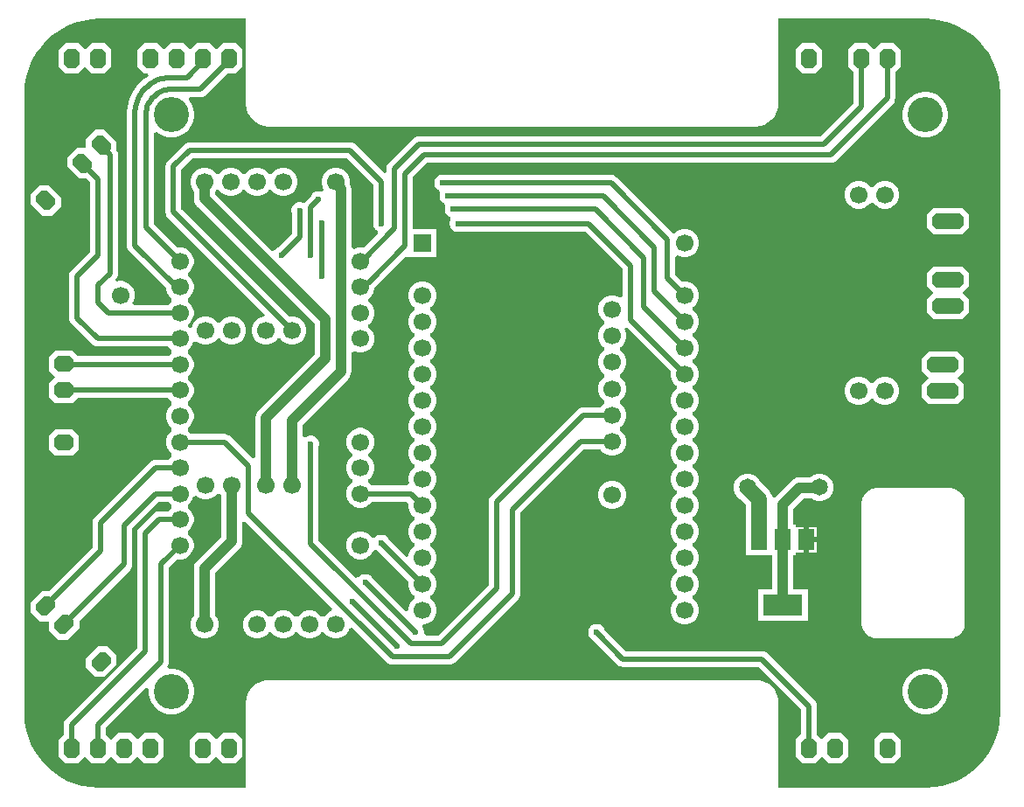
<source format=gtl>
G04*
G04 #@! TF.GenerationSoftware,Altium Limited,Altium Designer,23.8.1 (32)*
G04*
G04 Layer_Physical_Order=1*
G04 Layer_Color=255*
%FSLAX25Y25*%
%MOIN*%
G70*
G04*
G04 #@! TF.SameCoordinates,A7975AE5-3418-47AE-AA8E-B0B1D5A969ED*
G04*
G04*
G04 #@! TF.FilePolarity,Positive*
G04*
G01*
G75*
%ADD15C,0.02000*%
%ADD35R,0.15000X0.07900*%
%ADD36R,0.05900X0.07900*%
%ADD37C,0.04000*%
%ADD38C,0.06000*%
G04:AMPARAMS|DCode=39|XSize=120mil|YSize=60mil|CornerRadius=0mil|HoleSize=0mil|Usage=FLASHONLY|Rotation=180.000|XOffset=0mil|YOffset=0mil|HoleType=Round|Shape=Octagon|*
%AMOCTAGOND39*
4,1,8,-0.06000,0.01500,-0.06000,-0.01500,-0.04500,-0.03000,0.04500,-0.03000,0.06000,-0.01500,0.06000,0.01500,0.04500,0.03000,-0.04500,0.03000,-0.06000,0.01500,0.0*
%
%ADD39OCTAGOND39*%

G04:AMPARAMS|DCode=40|XSize=75mil|YSize=60mil|CornerRadius=0mil|HoleSize=0mil|Usage=FLASHONLY|Rotation=270.000|XOffset=0mil|YOffset=0mil|HoleType=Round|Shape=Octagon|*
%AMOCTAGOND40*
4,1,8,-0.01500,-0.03750,0.01500,-0.03750,0.03000,-0.02250,0.03000,0.02250,0.01500,0.03750,-0.01500,0.03750,-0.03000,0.02250,-0.03000,-0.02250,-0.01500,-0.03750,0.0*
%
%ADD40OCTAGOND40*%

%ADD41R,0.06693X0.06693*%
%ADD42C,0.06693*%
%ADD43C,0.13386*%
G04:AMPARAMS|DCode=44|XSize=75mil|YSize=60mil|CornerRadius=0mil|HoleSize=0mil|Usage=FLASHONLY|Rotation=135.000|XOffset=0mil|YOffset=0mil|HoleType=Round|Shape=Octagon|*
%AMOCTAGOND44*
4,1,8,-0.01591,0.03712,-0.03712,0.01591,-0.03712,-0.00530,-0.00530,-0.03712,0.01591,-0.03712,0.03712,-0.01591,0.03712,0.00530,0.00530,0.03712,-0.01591,0.03712,0.0*
%
%ADD44OCTAGOND44*%

G04:AMPARAMS|DCode=45|XSize=75mil|YSize=60mil|CornerRadius=0mil|HoleSize=0mil|Usage=FLASHONLY|Rotation=180.000|XOffset=0mil|YOffset=0mil|HoleType=Round|Shape=Octagon|*
%AMOCTAGOND45*
4,1,8,-0.03750,0.01500,-0.03750,-0.01500,-0.02250,-0.03000,0.02250,-0.03000,0.03750,-0.01500,0.03750,0.01500,0.02250,0.03000,-0.02250,0.03000,-0.03750,0.01500,0.0*
%
%ADD45OCTAGOND45*%

G04:AMPARAMS|DCode=46|XSize=75mil|YSize=60mil|CornerRadius=0mil|HoleSize=0mil|Usage=FLASHONLY|Rotation=225.000|XOffset=0mil|YOffset=0mil|HoleType=Round|Shape=Octagon|*
%AMOCTAGOND46*
4,1,8,-0.03712,-0.01591,-0.01591,-0.03712,0.00530,-0.03712,0.03712,-0.00530,0.03712,0.01591,0.01591,0.03712,-0.00530,0.03712,-0.03712,0.00530,-0.03712,-0.01591,0.0*
%
%ADD46OCTAGOND46*%

G04:AMPARAMS|DCode=47|XSize=65mil|YSize=65mil|CornerRadius=0mil|HoleSize=0mil|Usage=FLASHONLY|Rotation=90.000|XOffset=0mil|YOffset=0mil|HoleType=Round|Shape=Octagon|*
%AMOCTAGOND47*
4,1,8,0.01625,0.03250,-0.01625,0.03250,-0.03250,0.01625,-0.03250,-0.01625,-0.01625,-0.03250,0.01625,-0.03250,0.03250,-0.01625,0.03250,0.01625,0.01625,0.03250,0.0*
%
%ADD47OCTAGOND47*%

%ADD48C,0.06500*%
%ADD49C,0.02362*%
G36*
X656521Y432902D02*
X659670Y432367D01*
X662741Y431483D01*
X665692Y430260D01*
X668489Y428715D01*
X671095Y426866D01*
X673477Y424737D01*
X675606Y422354D01*
X677455Y419749D01*
X679000Y416952D01*
X680223Y414001D01*
X681107Y410930D01*
X681642Y407781D01*
X681815Y404701D01*
X681801Y404591D01*
Y168370D01*
X681815Y168260D01*
X681642Y165180D01*
X681107Y162030D01*
X680223Y158960D01*
X679000Y156008D01*
X677455Y153212D01*
X675606Y150606D01*
X673477Y148224D01*
X671095Y146095D01*
X668489Y144246D01*
X665692Y142701D01*
X662741Y141478D01*
X659670Y140594D01*
X656521Y140058D01*
X653441Y139885D01*
X653331Y139900D01*
X597301D01*
Y172307D01*
X597318D01*
X597150Y174011D01*
X596653Y175650D01*
X595846Y177160D01*
X594759Y178484D01*
X593436Y179570D01*
X591925Y180377D01*
X590287Y180874D01*
X588583Y181042D01*
Y181026D01*
X403459D01*
X403268Y181045D01*
X401534Y180874D01*
X399867Y180368D01*
X398330Y179547D01*
X396984Y178442D01*
X395878Y177095D01*
X395057Y175558D01*
X394551Y173891D01*
X394403Y172385D01*
X394403D01*
X394399Y172307D01*
X394399Y171386D01*
Y139900D01*
X338370D01*
X338260Y139885D01*
X335180Y140058D01*
X332030Y140594D01*
X328960Y141478D01*
X326008Y142701D01*
X323212Y144246D01*
X320606Y146095D01*
X318224Y148224D01*
X316095Y150606D01*
X314246Y153212D01*
X312701Y156008D01*
X311478Y158960D01*
X310594Y162030D01*
X310058Y165180D01*
X309885Y168260D01*
X309900Y168370D01*
Y404591D01*
X309885Y404701D01*
X310058Y407781D01*
X310594Y410930D01*
X311478Y414001D01*
X312701Y416952D01*
X314246Y419749D01*
X316095Y422354D01*
X318224Y424737D01*
X320606Y426866D01*
X323212Y428715D01*
X326008Y430260D01*
X328960Y431483D01*
X332030Y432367D01*
X335180Y432902D01*
X338260Y433075D01*
X338370Y433061D01*
X394399D01*
Y400654D01*
X394383D01*
X394550Y398957D01*
X395045Y397326D01*
X395849Y395823D01*
X396930Y394505D01*
X398248Y393424D01*
X399751Y392620D01*
X401382Y392125D01*
X403079Y391958D01*
Y391974D01*
X588283D01*
X588473Y391955D01*
X590199Y392126D01*
X591858Y392629D01*
X593388Y393447D01*
X594729Y394547D01*
X595829Y395888D01*
X596647Y397417D01*
X597150Y399077D01*
X597298Y400576D01*
X597298D01*
X597301Y400654D01*
X597301Y401574D01*
Y433061D01*
X653331D01*
X653441Y433075D01*
X656521Y432902D01*
D02*
G37*
%LPC*%
G36*
X641303Y423750D02*
X636303D01*
X633803Y421250D01*
X631303Y423750D01*
X626303D01*
X623803Y421250D01*
Y414750D01*
X625974Y412579D01*
Y400853D01*
X613447Y388326D01*
X460300D01*
X460300Y388326D01*
X459517Y388223D01*
X458787Y387920D01*
X458160Y387440D01*
X458160Y387440D01*
X448860Y378140D01*
X448380Y377513D01*
X448077Y376783D01*
X447974Y376000D01*
Y374612D01*
X447050Y374229D01*
X436140Y385140D01*
X435513Y385620D01*
X434783Y385923D01*
X434000Y386026D01*
X372900D01*
X372117Y385923D01*
X371387Y385620D01*
X370760Y385140D01*
X370760Y385140D01*
X364560Y378940D01*
X364079Y378313D01*
X363777Y377583D01*
X363674Y376800D01*
Y359416D01*
X363777Y358633D01*
X364079Y357903D01*
X364560Y357277D01*
X401457Y320380D01*
X401023Y319399D01*
X399928Y319106D01*
X398709Y318402D01*
X397714Y317407D01*
X397010Y316188D01*
X396646Y314828D01*
Y313420D01*
X397010Y312060D01*
X397714Y310841D01*
X398709Y309846D01*
X399928Y309142D01*
X401288Y308778D01*
X402696D01*
X404056Y309142D01*
X405275Y309846D01*
X406270Y310841D01*
X406415Y311091D01*
X407570D01*
X407714Y310841D01*
X408709Y309846D01*
X409929Y309142D01*
X411288Y308778D01*
X412696D01*
X414056Y309142D01*
X415275Y309846D01*
X416270Y310841D01*
X416974Y312060D01*
X417339Y313420D01*
Y314828D01*
X416974Y316188D01*
X416270Y317407D01*
X415275Y318402D01*
X414056Y319106D01*
X412696Y319471D01*
X411288D01*
X411002Y319394D01*
X369726Y360669D01*
Y375547D01*
X374153Y379974D01*
X432747D01*
X442974Y369747D01*
Y355998D01*
X442819Y355419D01*
Y354581D01*
X443036Y353772D01*
X443455Y353047D01*
X444047Y352454D01*
X444444Y352225D01*
X444742Y351108D01*
X439406Y345772D01*
X438704Y345961D01*
X437296D01*
X435936Y345596D01*
X435534Y345364D01*
X434535Y345942D01*
Y368121D01*
X434535Y368121D01*
X434397Y369165D01*
X433994Y370138D01*
X433839Y370341D01*
Y371562D01*
X433474Y372921D01*
X432770Y374141D01*
X431775Y375136D01*
X430556Y375840D01*
X429196Y376204D01*
X427788D01*
X426429Y375840D01*
X425209Y375136D01*
X424214Y374141D01*
X423510Y372921D01*
X423146Y371562D01*
Y370154D01*
X423510Y368794D01*
X424079Y367809D01*
X423347Y367077D01*
X423228Y367145D01*
X422419Y367362D01*
X421581D01*
X420772Y367145D01*
X420047Y366727D01*
X419454Y366134D01*
X419155Y365615D01*
X416860Y363321D01*
X416421Y362748D01*
X416047Y362964D01*
X415238Y363181D01*
X414400D01*
X413591Y362964D01*
X412866Y362545D01*
X412273Y361953D01*
X411855Y361228D01*
X411638Y360419D01*
Y359581D01*
X411793Y359002D01*
Y351072D01*
X406518Y345798D01*
X405999Y345498D01*
X405407Y344905D01*
X405336Y344783D01*
X404111Y344595D01*
X382527Y366179D01*
Y367331D01*
X382770Y367575D01*
X382915Y367825D01*
X384069D01*
X384214Y367575D01*
X385209Y366579D01*
X386428Y365876D01*
X387788Y365511D01*
X389196D01*
X390556Y365876D01*
X391775Y366579D01*
X392770Y367575D01*
X392915Y367825D01*
X394070D01*
X394214Y367575D01*
X395209Y366579D01*
X396428Y365876D01*
X397788Y365511D01*
X399196D01*
X400556Y365876D01*
X401775Y366579D01*
X402770Y367575D01*
X402915Y367825D01*
X404070D01*
X404214Y367575D01*
X405209Y366579D01*
X406428Y365876D01*
X407788Y365511D01*
X409196D01*
X410556Y365876D01*
X411775Y366579D01*
X412770Y367575D01*
X413474Y368794D01*
X413839Y370154D01*
Y371562D01*
X413474Y372921D01*
X412770Y374141D01*
X411775Y375136D01*
X410556Y375840D01*
X409196Y376204D01*
X407788D01*
X406428Y375840D01*
X405209Y375136D01*
X404214Y374141D01*
X404070Y373890D01*
X402915D01*
X402770Y374141D01*
X401775Y375136D01*
X400556Y375840D01*
X399196Y376204D01*
X397788D01*
X396428Y375840D01*
X395209Y375136D01*
X394214Y374141D01*
X394070Y373890D01*
X392915D01*
X392770Y374141D01*
X391775Y375136D01*
X390556Y375840D01*
X389196Y376204D01*
X387788D01*
X386428Y375840D01*
X385209Y375136D01*
X384214Y374141D01*
X384069Y373890D01*
X382915D01*
X382770Y374141D01*
X381775Y375136D01*
X380556Y375840D01*
X379196Y376204D01*
X377788D01*
X376429Y375840D01*
X375209Y375136D01*
X374214Y374141D01*
X373510Y372921D01*
X373146Y371562D01*
Y370154D01*
X373510Y368794D01*
X374214Y367575D01*
X374458Y367331D01*
Y364508D01*
X374458Y364508D01*
X374595Y363464D01*
X374998Y362491D01*
X375639Y361655D01*
X420466Y316829D01*
Y305171D01*
X399139Y283845D01*
X398498Y283009D01*
X398095Y282036D01*
X397958Y280992D01*
X397958Y280992D01*
Y265736D01*
X396958Y265322D01*
X388423Y273856D01*
X387796Y274337D01*
X387067Y274639D01*
X386283Y274742D01*
X373529D01*
X373381Y274999D01*
X372385Y275995D01*
X372137Y276138D01*
Y277138D01*
X372385Y277281D01*
X373381Y278276D01*
X374084Y279495D01*
X374449Y280855D01*
Y282263D01*
X374084Y283623D01*
X373381Y284842D01*
X372385Y285837D01*
X372137Y285980D01*
Y286980D01*
X372385Y287123D01*
X373381Y288119D01*
X374084Y289338D01*
X374449Y290698D01*
Y292106D01*
X374084Y293465D01*
X373381Y294684D01*
X372385Y295680D01*
X372137Y295823D01*
Y296823D01*
X372385Y296966D01*
X373381Y297961D01*
X374084Y299181D01*
X374449Y300540D01*
Y301948D01*
X374084Y303308D01*
X373381Y304527D01*
X372385Y305522D01*
X372137Y305665D01*
Y306665D01*
X372385Y306808D01*
X373381Y307804D01*
X374084Y309023D01*
X374305Y309844D01*
X375411Y310152D01*
X375717Y309846D01*
X376936Y309142D01*
X378296Y308778D01*
X379704D01*
X381064Y309142D01*
X382283Y309846D01*
X383278Y310841D01*
X383423Y311091D01*
X384577D01*
X384722Y310841D01*
X385717Y309846D01*
X386936Y309142D01*
X388296Y308778D01*
X389704D01*
X391064Y309142D01*
X392283Y309846D01*
X393278Y310841D01*
X393982Y312060D01*
X394346Y313420D01*
Y314828D01*
X393982Y316188D01*
X393278Y317407D01*
X392283Y318402D01*
X391064Y319106D01*
X389704Y319471D01*
X388296D01*
X386936Y319106D01*
X385717Y318402D01*
X384722Y317407D01*
X384577Y317157D01*
X383423D01*
X383278Y317407D01*
X382283Y318402D01*
X381064Y319106D01*
X379704Y319471D01*
X378296D01*
X376936Y319106D01*
X375717Y318402D01*
X374722Y317407D01*
X374018Y316188D01*
X373837Y315512D01*
X372886Y315218D01*
X372382Y315608D01*
X372385Y316490D01*
X372415Y316680D01*
X373381Y317646D01*
X374084Y318865D01*
X374449Y320225D01*
Y321633D01*
X374084Y322993D01*
X373381Y324212D01*
X372385Y325207D01*
X372137Y325350D01*
Y326350D01*
X372385Y326493D01*
X373381Y327489D01*
X374084Y328708D01*
X374449Y330068D01*
Y331475D01*
X374084Y332835D01*
X373381Y334054D01*
X372385Y335050D01*
X372137Y335193D01*
Y336193D01*
X372385Y336336D01*
X373381Y337331D01*
X374084Y338550D01*
X374449Y339910D01*
Y341318D01*
X374084Y342678D01*
X373381Y343897D01*
X372385Y344892D01*
X371166Y345596D01*
X369806Y345961D01*
X368398D01*
X368112Y345884D01*
X359262Y354734D01*
Y389579D01*
X360186Y389961D01*
X360388Y389760D01*
X361811Y388808D01*
X363393Y388153D01*
X365073Y387819D01*
X366785D01*
X368465Y388153D01*
X370047Y388808D01*
X371470Y389760D01*
X372681Y390970D01*
X373633Y392394D01*
X374288Y393976D01*
X374622Y395656D01*
Y397368D01*
X374288Y399047D01*
X373633Y400629D01*
X372681Y402053D01*
X372480Y402255D01*
X372862Y403179D01*
X376955D01*
X377738Y403282D01*
X378468Y403584D01*
X379094Y404065D01*
X387279Y412250D01*
X390500D01*
X393000Y414750D01*
Y421250D01*
X390500Y423750D01*
X385500D01*
X383000Y421250D01*
X380500Y423750D01*
X375500D01*
X373000Y421250D01*
X370500Y423750D01*
X365500D01*
X363000Y421250D01*
X360500Y423750D01*
X355500D01*
X353000Y421250D01*
Y414750D01*
X355500Y412250D01*
X356810D01*
X357113Y411250D01*
X355570Y410219D01*
X353909Y408762D01*
X352453Y407102D01*
X351226Y405265D01*
X350249Y403284D01*
X349539Y401193D01*
X349108Y399027D01*
X349023Y397726D01*
X348964Y396823D01*
X348969Y396748D01*
X348974Y395750D01*
Y346700D01*
X349077Y345917D01*
X349379Y345187D01*
X349860Y344561D01*
X363756Y330665D01*
Y330068D01*
X364120Y328708D01*
X364824Y327489D01*
X365820Y326493D01*
X366067Y326350D01*
Y325350D01*
X365820Y325207D01*
X364824Y324212D01*
X364676Y323955D01*
X351642D01*
X351065Y324955D01*
X351462Y325643D01*
X351827Y327003D01*
Y328411D01*
X351462Y329770D01*
X350759Y330990D01*
X349763Y331985D01*
X348544Y332689D01*
X347184Y333053D01*
X345776D01*
X345189Y332896D01*
X344676Y333704D01*
X344662Y333790D01*
X345121Y334387D01*
X345423Y335117D01*
X345526Y335900D01*
Y381116D01*
X345526Y381116D01*
X345423Y381899D01*
X345121Y382629D01*
X344976Y382818D01*
Y386237D01*
X340380Y390833D01*
X336844D01*
X333309Y387298D01*
Y383762D01*
X329773D01*
X326237Y380227D01*
Y376691D01*
X330834Y372095D01*
X333625D01*
X334974Y370746D01*
Y344253D01*
X327860Y337140D01*
X327379Y336513D01*
X327077Y335783D01*
X326974Y335000D01*
Y319000D01*
X327077Y318217D01*
X327379Y317487D01*
X327860Y316860D01*
X335774Y308947D01*
X336400Y308466D01*
X337130Y308164D01*
X337913Y308061D01*
X364676D01*
X364824Y307804D01*
X365820Y306808D01*
X366067Y306665D01*
Y305665D01*
X365820Y305522D01*
X364824Y304527D01*
X364744Y304388D01*
X330342D01*
X328250Y306480D01*
X321750D01*
X319250Y303980D01*
Y298980D01*
X321750Y296480D01*
X319250Y293980D01*
Y288980D01*
X321750Y286480D01*
X328250D01*
X330185Y288415D01*
X364653D01*
X364824Y288119D01*
X365820Y287123D01*
X366067Y286980D01*
Y285980D01*
X365820Y285837D01*
X364824Y284842D01*
X364120Y283623D01*
X363756Y282263D01*
Y280855D01*
X364120Y279495D01*
X364824Y278276D01*
X365820Y277281D01*
X366067Y277138D01*
Y276138D01*
X365820Y275995D01*
X364824Y274999D01*
X364120Y273780D01*
X363756Y272420D01*
Y271013D01*
X364120Y269653D01*
X364824Y268434D01*
X365820Y267438D01*
X366067Y267295D01*
Y266295D01*
X365820Y266152D01*
X364824Y265157D01*
X364749Y265026D01*
X360000D01*
X359217Y264923D01*
X358487Y264620D01*
X357860Y264140D01*
X357860Y264140D01*
X336860Y243140D01*
X336380Y242513D01*
X336077Y241783D01*
X335974Y241000D01*
Y231499D01*
X319483Y215008D01*
X316691D01*
X312095Y210412D01*
Y206876D01*
X315631Y203340D01*
X319166D01*
Y199805D01*
X322702Y196269D01*
X326237D01*
X330834Y200866D01*
Y203657D01*
X350140Y222963D01*
X350621Y223590D01*
X350923Y224320D01*
X351026Y225103D01*
Y238747D01*
X361285Y249006D01*
X364676D01*
X364824Y248749D01*
X365820Y247753D01*
X366067Y247610D01*
Y246610D01*
X365820Y246467D01*
X364824Y245472D01*
X364676Y245215D01*
X361189D01*
X361189Y245215D01*
X360406Y245112D01*
X359676Y244810D01*
X359049Y244329D01*
X359049Y244329D01*
X353860Y239140D01*
X353380Y238513D01*
X353077Y237783D01*
X352974Y237000D01*
Y193253D01*
X325860Y166140D01*
X325379Y165513D01*
X325077Y164783D01*
X324974Y164000D01*
Y160224D01*
X323000Y158250D01*
Y151750D01*
X325500Y149250D01*
X330500D01*
X333000Y151750D01*
X335500Y149250D01*
X340500D01*
X343000Y151750D01*
X345500Y149250D01*
X350500D01*
X353000Y151750D01*
X355500Y149250D01*
X360500D01*
X363000Y151750D01*
Y158250D01*
X360500Y160750D01*
X355500D01*
X353000Y158250D01*
X350500Y160750D01*
X345500D01*
X343000Y158250D01*
X341026Y160224D01*
Y162747D01*
X356336Y178057D01*
X357258Y177565D01*
X357236Y177455D01*
Y175742D01*
X357570Y174063D01*
X358226Y172481D01*
X359177Y171057D01*
X360388Y169846D01*
X361811Y168895D01*
X363393Y168240D01*
X365073Y167905D01*
X366785D01*
X368465Y168240D01*
X370047Y168895D01*
X371470Y169846D01*
X372681Y171057D01*
X373633Y172481D01*
X374288Y174063D01*
X374622Y175742D01*
Y177455D01*
X374288Y179134D01*
X373633Y180716D01*
X372681Y182140D01*
X371470Y183351D01*
X370047Y184302D01*
X368465Y184957D01*
X366785Y185291D01*
X365073D01*
X364944Y185266D01*
X364402Y186055D01*
X364380Y186173D01*
X364620Y186487D01*
X364923Y187217D01*
X365026Y188000D01*
X365026Y188000D01*
Y223991D01*
X368112Y227077D01*
X368398Y227000D01*
X369806D01*
X371166Y227364D01*
X372385Y228068D01*
X373381Y229064D01*
X374084Y230283D01*
X374449Y231643D01*
Y233050D01*
X374084Y234410D01*
X373381Y235629D01*
X372385Y236625D01*
X372137Y236768D01*
Y237768D01*
X372385Y237911D01*
X373381Y238906D01*
X374084Y240125D01*
X374449Y241485D01*
Y242893D01*
X374084Y244253D01*
X373381Y245472D01*
X372385Y246467D01*
X372137Y246610D01*
Y247610D01*
X372385Y247753D01*
X373381Y248749D01*
X374084Y249968D01*
X374346Y250944D01*
X375275Y251285D01*
X375428Y251277D01*
X375717Y250988D01*
X376936Y250284D01*
X378296Y249919D01*
X379704D01*
X381064Y250284D01*
X382283Y250988D01*
X383277Y251982D01*
X383283Y251983D01*
X384332Y252062D01*
X384965Y251394D01*
Y235671D01*
X375639Y226345D01*
X374998Y225509D01*
X374595Y224536D01*
X374458Y223492D01*
X374458Y223492D01*
Y205629D01*
X374214Y205386D01*
X373510Y204167D01*
X373146Y202807D01*
Y201399D01*
X373510Y200039D01*
X374214Y198820D01*
X375209Y197825D01*
X376429Y197121D01*
X377788Y196756D01*
X379196D01*
X380556Y197121D01*
X381775Y197825D01*
X382770Y198820D01*
X383474Y200039D01*
X383839Y201399D01*
Y202807D01*
X383474Y204167D01*
X382770Y205386D01*
X382527Y205629D01*
Y221821D01*
X391853Y231147D01*
X391853Y231147D01*
X392494Y231983D01*
X392897Y232956D01*
X393035Y234000D01*
Y241272D01*
X394035Y241686D01*
X427353Y208368D01*
X427054Y207253D01*
X426429Y207085D01*
X425209Y206381D01*
X424214Y205386D01*
X424069Y205136D01*
X422915D01*
X422770Y205386D01*
X421775Y206381D01*
X420556Y207085D01*
X419196Y207449D01*
X417788D01*
X416429Y207085D01*
X415209Y206381D01*
X414214Y205386D01*
X414070Y205136D01*
X412915D01*
X412770Y205386D01*
X411775Y206381D01*
X410556Y207085D01*
X409196Y207449D01*
X407788D01*
X406428Y207085D01*
X405209Y206381D01*
X404214Y205386D01*
X404070Y205136D01*
X402915D01*
X402770Y205386D01*
X401775Y206381D01*
X400556Y207085D01*
X399196Y207449D01*
X397788D01*
X396428Y207085D01*
X395209Y206381D01*
X394214Y205386D01*
X393510Y204167D01*
X393146Y202807D01*
Y201399D01*
X393510Y200039D01*
X394214Y198820D01*
X395209Y197825D01*
X396428Y197121D01*
X397788Y196756D01*
X399196D01*
X400556Y197121D01*
X401775Y197825D01*
X402770Y198820D01*
X402915Y199070D01*
X404070D01*
X404214Y198820D01*
X405209Y197825D01*
X406428Y197121D01*
X407788Y196756D01*
X409196D01*
X410556Y197121D01*
X411775Y197825D01*
X412770Y198820D01*
X412915Y199070D01*
X414070D01*
X414214Y198820D01*
X415209Y197825D01*
X416429Y197121D01*
X417788Y196756D01*
X419196D01*
X420556Y197121D01*
X421775Y197825D01*
X422770Y198820D01*
X422915Y199070D01*
X424069D01*
X424214Y198820D01*
X425209Y197825D01*
X426429Y197121D01*
X427788Y196756D01*
X429196D01*
X430556Y197121D01*
X431775Y197825D01*
X432770Y198820D01*
X433474Y200039D01*
X433642Y200665D01*
X434757Y200964D01*
X448041Y187679D01*
X448668Y187198D01*
X449398Y186896D01*
X450181Y186793D01*
X471819D01*
X472602Y186896D01*
X473332Y187198D01*
X473958Y187679D01*
X498140Y211860D01*
X498621Y212487D01*
X498923Y213217D01*
X499026Y214000D01*
Y244747D01*
X523006Y268727D01*
X529573D01*
X529722Y268470D01*
X530717Y267474D01*
X531936Y266770D01*
X533296Y266406D01*
X534704D01*
X536064Y266770D01*
X537283Y267474D01*
X538278Y268470D01*
X538982Y269689D01*
X539346Y271049D01*
Y272456D01*
X538982Y273816D01*
X538278Y275035D01*
X537283Y276031D01*
X536926Y276237D01*
Y277392D01*
X537283Y277598D01*
X538278Y278593D01*
X538982Y279813D01*
X539346Y281172D01*
Y282580D01*
X538982Y283940D01*
X538278Y285159D01*
X537283Y286155D01*
X536926Y286361D01*
Y287515D01*
X537283Y287722D01*
X538278Y288717D01*
X538982Y289936D01*
X539346Y291296D01*
Y292704D01*
X538982Y294064D01*
X538278Y295283D01*
X537283Y296278D01*
X536926Y296484D01*
Y297639D01*
X537283Y297846D01*
X538278Y298841D01*
X538982Y300060D01*
X539346Y301420D01*
Y302828D01*
X538982Y304187D01*
X538278Y305406D01*
X537283Y306402D01*
X536926Y306608D01*
Y307763D01*
X537283Y307969D01*
X538278Y308965D01*
X538982Y310184D01*
X539346Y311544D01*
Y312951D01*
X538982Y314311D01*
X538634Y314914D01*
X539434Y315528D01*
X556409Y298553D01*
X556332Y298267D01*
Y296859D01*
X556696Y295499D01*
X557400Y294280D01*
X558396Y293285D01*
X558646Y293140D01*
Y291986D01*
X558396Y291841D01*
X557400Y290846D01*
X556696Y289627D01*
X556332Y288267D01*
Y286859D01*
X556696Y285499D01*
X557400Y284280D01*
X558396Y283285D01*
X558646Y283140D01*
Y281986D01*
X558396Y281841D01*
X557400Y280846D01*
X556696Y279627D01*
X556332Y278267D01*
Y276859D01*
X556696Y275499D01*
X557400Y274280D01*
X558396Y273285D01*
X558646Y273140D01*
Y271986D01*
X558396Y271841D01*
X557400Y270846D01*
X556696Y269627D01*
X556332Y268267D01*
Y266859D01*
X556696Y265499D01*
X557400Y264280D01*
X558396Y263285D01*
X558646Y263140D01*
Y261986D01*
X558396Y261841D01*
X557400Y260846D01*
X556696Y259627D01*
X556332Y258267D01*
Y256859D01*
X556696Y255499D01*
X557400Y254280D01*
X558396Y253285D01*
X558646Y253140D01*
Y251986D01*
X558396Y251841D01*
X557400Y250846D01*
X556696Y249627D01*
X556332Y248267D01*
Y246859D01*
X556696Y245499D01*
X557400Y244280D01*
X558396Y243285D01*
X558646Y243140D01*
Y241986D01*
X558396Y241841D01*
X557400Y240846D01*
X556696Y239627D01*
X556332Y238267D01*
Y236859D01*
X556696Y235499D01*
X557400Y234280D01*
X558396Y233285D01*
X558646Y233140D01*
Y231986D01*
X558396Y231841D01*
X557400Y230846D01*
X556696Y229627D01*
X556332Y228267D01*
Y226859D01*
X556696Y225499D01*
X557400Y224280D01*
X558396Y223285D01*
X558646Y223140D01*
Y221986D01*
X558396Y221841D01*
X557400Y220846D01*
X556696Y219627D01*
X556332Y218267D01*
Y216859D01*
X556696Y215499D01*
X557400Y214280D01*
X558396Y213285D01*
X558646Y213140D01*
Y211986D01*
X558396Y211841D01*
X557400Y210846D01*
X556696Y209627D01*
X556332Y208267D01*
Y206859D01*
X556696Y205499D01*
X557400Y204280D01*
X558396Y203285D01*
X559615Y202581D01*
X560975Y202217D01*
X562382D01*
X563742Y202581D01*
X564961Y203285D01*
X565957Y204280D01*
X566660Y205499D01*
X567025Y206859D01*
Y208267D01*
X566660Y209627D01*
X565957Y210846D01*
X564961Y211841D01*
X564711Y211986D01*
Y213140D01*
X564961Y213285D01*
X565957Y214280D01*
X566660Y215499D01*
X567025Y216859D01*
Y218267D01*
X566660Y219627D01*
X565957Y220846D01*
X564961Y221841D01*
X564711Y221986D01*
Y223140D01*
X564961Y223285D01*
X565957Y224280D01*
X566660Y225499D01*
X567025Y226859D01*
Y228267D01*
X566660Y229627D01*
X565957Y230846D01*
X564961Y231841D01*
X564711Y231986D01*
Y233140D01*
X564961Y233285D01*
X565957Y234280D01*
X566660Y235499D01*
X567025Y236859D01*
Y238267D01*
X566660Y239627D01*
X565957Y240846D01*
X564961Y241841D01*
X564711Y241986D01*
Y243140D01*
X564961Y243285D01*
X565957Y244280D01*
X566660Y245499D01*
X567025Y246859D01*
Y248267D01*
X566660Y249627D01*
X565957Y250846D01*
X564961Y251841D01*
X564711Y251986D01*
Y253140D01*
X564961Y253285D01*
X565957Y254280D01*
X566660Y255499D01*
X567025Y256859D01*
Y258267D01*
X566660Y259627D01*
X565957Y260846D01*
X564961Y261841D01*
X564711Y261986D01*
Y263140D01*
X564961Y263285D01*
X565957Y264280D01*
X566660Y265499D01*
X567025Y266859D01*
Y268267D01*
X566660Y269627D01*
X565957Y270846D01*
X564961Y271841D01*
X564711Y271986D01*
Y273140D01*
X564961Y273285D01*
X565957Y274280D01*
X566660Y275499D01*
X567025Y276859D01*
Y278267D01*
X566660Y279627D01*
X565957Y280846D01*
X564961Y281841D01*
X564711Y281986D01*
Y283140D01*
X564961Y283285D01*
X565957Y284280D01*
X566660Y285499D01*
X567025Y286859D01*
Y288267D01*
X566660Y289627D01*
X565957Y290846D01*
X564961Y291841D01*
X564711Y291986D01*
Y293140D01*
X564961Y293285D01*
X565957Y294280D01*
X566660Y295499D01*
X567025Y296859D01*
Y298267D01*
X566660Y299627D01*
X565957Y300846D01*
X564961Y301841D01*
X564711Y301986D01*
Y303140D01*
X564961Y303285D01*
X565957Y304280D01*
X566660Y305499D01*
X567025Y306859D01*
Y308267D01*
X566660Y309627D01*
X565957Y310846D01*
X564961Y311841D01*
X564711Y311986D01*
Y313140D01*
X564961Y313285D01*
X565957Y314280D01*
X566660Y315499D01*
X567025Y316859D01*
Y318267D01*
X566660Y319627D01*
X565957Y320846D01*
X564961Y321841D01*
X564711Y321986D01*
Y323140D01*
X564961Y323285D01*
X565957Y324280D01*
X566660Y325499D01*
X567025Y326859D01*
Y328267D01*
X566660Y329627D01*
X565957Y330846D01*
X564961Y331841D01*
X563742Y332545D01*
X562382Y332909D01*
X560975D01*
X560688Y332833D01*
X558026Y335495D01*
Y342343D01*
X559026Y342921D01*
X559615Y342581D01*
X560975Y342216D01*
X562382D01*
X563742Y342581D01*
X564961Y343285D01*
X565957Y344280D01*
X566660Y345499D01*
X567025Y346859D01*
Y348267D01*
X566660Y349627D01*
X565957Y350846D01*
X564961Y351841D01*
X563742Y352545D01*
X562382Y352909D01*
X560975D01*
X559615Y352545D01*
X558396Y351841D01*
X558094Y351539D01*
X557140Y351140D01*
X556760Y351519D01*
X535640Y372640D01*
X535013Y373120D01*
X534283Y373423D01*
X533500Y373526D01*
X470298D01*
X469719Y373681D01*
X468881D01*
X468072Y373464D01*
X467347Y373045D01*
X466754Y372453D01*
X466336Y371728D01*
X466119Y370919D01*
Y370081D01*
X466336Y369272D01*
X466754Y368547D01*
X467347Y367954D01*
X467754Y367720D01*
X468336Y366728D01*
X468119Y365919D01*
Y365081D01*
X468336Y364272D01*
X468754Y363547D01*
X469347Y362954D01*
X469754Y362720D01*
X470336Y361728D01*
X470119Y360919D01*
Y360081D01*
X470336Y359272D01*
X470754Y358547D01*
X471347Y357955D01*
X471851Y357664D01*
X472093Y357419D01*
X472263Y356449D01*
X472136Y356228D01*
X471919Y355419D01*
Y354581D01*
X472136Y353772D01*
X472554Y353047D01*
X473147Y352454D01*
X473872Y352036D01*
X474681Y351819D01*
X475519D01*
X476098Y351974D01*
X523747D01*
X537974Y337747D01*
Y327266D01*
X536974Y326828D01*
X536064Y327353D01*
X534704Y327718D01*
X533296D01*
X531936Y327353D01*
X530717Y326649D01*
X529722Y325654D01*
X529018Y324435D01*
X528653Y323075D01*
Y321667D01*
X529018Y320307D01*
X529722Y319088D01*
X530717Y318093D01*
X531074Y317887D01*
Y316732D01*
X530717Y316526D01*
X529722Y315530D01*
X529018Y314311D01*
X528653Y312951D01*
Y311544D01*
X529018Y310184D01*
X529722Y308965D01*
X530717Y307969D01*
X531074Y307763D01*
Y306608D01*
X530717Y306402D01*
X529722Y305406D01*
X529018Y304187D01*
X528653Y302828D01*
Y301420D01*
X529018Y300060D01*
X529722Y298841D01*
X530717Y297846D01*
X531074Y297639D01*
Y296484D01*
X530717Y296278D01*
X529722Y295283D01*
X529018Y294064D01*
X528653Y292704D01*
Y291296D01*
X529018Y289936D01*
X529722Y288717D01*
X530717Y287722D01*
X531074Y287515D01*
Y286361D01*
X530717Y286155D01*
X529722Y285159D01*
X529573Y284902D01*
X522876D01*
X522876Y284902D01*
X522093Y284799D01*
X521363Y284497D01*
X520737Y284016D01*
X487860Y251140D01*
X487380Y250513D01*
X487077Y249783D01*
X486974Y249000D01*
Y217253D01*
X467565Y197845D01*
X462970D01*
X462181Y198762D01*
Y199600D01*
X461964Y200409D01*
X461546Y201134D01*
X461463Y201217D01*
X461877Y202217D01*
X462382D01*
X463742Y202581D01*
X464961Y203285D01*
X465957Y204280D01*
X466660Y205499D01*
X467025Y206859D01*
Y208267D01*
X466660Y209627D01*
X465957Y210846D01*
X464961Y211841D01*
X464711Y211986D01*
Y213140D01*
X464961Y213285D01*
X465957Y214280D01*
X466660Y215499D01*
X467025Y216859D01*
Y218267D01*
X466660Y219627D01*
X465957Y220846D01*
X464961Y221841D01*
X464711Y221986D01*
Y223140D01*
X464961Y223285D01*
X465957Y224280D01*
X466660Y225499D01*
X467025Y226859D01*
Y228267D01*
X466660Y229627D01*
X465957Y230846D01*
X464961Y231841D01*
X464711Y231986D01*
Y233140D01*
X464961Y233285D01*
X465957Y234280D01*
X466660Y235499D01*
X467025Y236859D01*
Y238267D01*
X466660Y239627D01*
X465957Y240846D01*
X464961Y241841D01*
X464711Y241986D01*
Y243140D01*
X464961Y243285D01*
X465957Y244280D01*
X466660Y245499D01*
X467025Y246859D01*
Y248267D01*
X466660Y249627D01*
X465957Y250846D01*
X464961Y251841D01*
X464711Y251986D01*
Y253140D01*
X464961Y253285D01*
X465957Y254280D01*
X466660Y255499D01*
X467025Y256859D01*
Y258267D01*
X466660Y259627D01*
X465957Y260846D01*
X464961Y261841D01*
X464711Y261986D01*
Y263140D01*
X464961Y263285D01*
X465957Y264280D01*
X466660Y265499D01*
X467025Y266859D01*
Y268267D01*
X466660Y269627D01*
X465957Y270846D01*
X464961Y271841D01*
X464711Y271986D01*
Y273140D01*
X464961Y273285D01*
X465957Y274280D01*
X466660Y275499D01*
X467025Y276859D01*
Y278267D01*
X466660Y279627D01*
X465957Y280846D01*
X464961Y281841D01*
X464711Y281986D01*
Y283140D01*
X464961Y283285D01*
X465957Y284280D01*
X466660Y285499D01*
X467025Y286859D01*
Y288267D01*
X466660Y289627D01*
X465957Y290846D01*
X464961Y291841D01*
X464711Y291986D01*
Y293140D01*
X464961Y293285D01*
X465957Y294280D01*
X466660Y295499D01*
X467025Y296859D01*
Y298267D01*
X466660Y299627D01*
X465957Y300846D01*
X464961Y301841D01*
X464711Y301986D01*
Y303140D01*
X464961Y303285D01*
X465957Y304280D01*
X466660Y305499D01*
X467025Y306859D01*
Y308267D01*
X466660Y309627D01*
X465957Y310846D01*
X464961Y311841D01*
X464711Y311986D01*
Y313140D01*
X464961Y313285D01*
X465957Y314280D01*
X466660Y315499D01*
X467025Y316859D01*
Y318267D01*
X466660Y319627D01*
X465957Y320846D01*
X464961Y321841D01*
X464711Y321986D01*
Y323140D01*
X464961Y323285D01*
X465957Y324280D01*
X466660Y325499D01*
X467025Y326859D01*
Y328267D01*
X466660Y329627D01*
X465957Y330846D01*
X464961Y331841D01*
X463742Y332545D01*
X462382Y332909D01*
X460975D01*
X459615Y332545D01*
X458396Y331841D01*
X457400Y330846D01*
X456696Y329627D01*
X456332Y328267D01*
Y326859D01*
X456696Y325499D01*
X457400Y324280D01*
X458396Y323285D01*
X458646Y323140D01*
Y321986D01*
X458396Y321841D01*
X457400Y320846D01*
X456696Y319627D01*
X456332Y318267D01*
Y316859D01*
X456696Y315499D01*
X457400Y314280D01*
X458396Y313285D01*
X458646Y313140D01*
Y311986D01*
X458396Y311841D01*
X457400Y310846D01*
X456696Y309627D01*
X456332Y308267D01*
Y306859D01*
X456696Y305499D01*
X457400Y304280D01*
X458396Y303285D01*
X458646Y303140D01*
Y301986D01*
X458396Y301841D01*
X457400Y300846D01*
X456696Y299627D01*
X456332Y298267D01*
Y296859D01*
X456696Y295499D01*
X457400Y294280D01*
X458396Y293285D01*
X458646Y293140D01*
Y291986D01*
X458396Y291841D01*
X457400Y290846D01*
X456696Y289627D01*
X456332Y288267D01*
Y286859D01*
X456696Y285499D01*
X457400Y284280D01*
X458396Y283285D01*
X458646Y283140D01*
Y281986D01*
X458396Y281841D01*
X457400Y280846D01*
X456696Y279627D01*
X456332Y278267D01*
Y276859D01*
X456696Y275499D01*
X457400Y274280D01*
X458396Y273285D01*
X458646Y273140D01*
Y271986D01*
X458396Y271841D01*
X457400Y270846D01*
X456696Y269627D01*
X456332Y268267D01*
Y266859D01*
X456696Y265499D01*
X457400Y264280D01*
X458396Y263285D01*
X458646Y263140D01*
Y261986D01*
X458396Y261841D01*
X457400Y260846D01*
X456696Y259627D01*
X456332Y258267D01*
Y256859D01*
X456547Y256058D01*
X455871Y255058D01*
X442426D01*
X442278Y255314D01*
X441283Y256310D01*
X441035Y256453D01*
Y257453D01*
X441283Y257596D01*
X442278Y258591D01*
X442982Y259810D01*
X443347Y261170D01*
Y262578D01*
X442982Y263938D01*
X442278Y265157D01*
X441283Y266152D01*
X441035Y266295D01*
Y267295D01*
X441283Y267438D01*
X442278Y268434D01*
X442982Y269653D01*
X443347Y271013D01*
Y272421D01*
X442982Y273780D01*
X442278Y274999D01*
X441283Y275995D01*
X440064Y276699D01*
X438704Y277063D01*
X437296D01*
X435936Y276699D01*
X434717Y275995D01*
X433722Y274999D01*
X433018Y273780D01*
X432654Y272421D01*
Y271013D01*
X433018Y269653D01*
X433722Y268434D01*
X434717Y267438D01*
X434965Y267295D01*
Y266295D01*
X434717Y266152D01*
X433722Y265157D01*
X433018Y263938D01*
X432654Y262578D01*
Y261170D01*
X433018Y259810D01*
X433722Y258591D01*
X434717Y257596D01*
X434965Y257453D01*
Y256453D01*
X434717Y256310D01*
X433722Y255314D01*
X433018Y254095D01*
X432654Y252735D01*
Y251328D01*
X433018Y249968D01*
X433722Y248749D01*
X434717Y247753D01*
X435936Y247049D01*
X437296Y246685D01*
X438704D01*
X440064Y247049D01*
X441283Y247753D01*
X442278Y248749D01*
X442426Y249006D01*
X455591D01*
X456332Y248267D01*
Y246859D01*
X456696Y245499D01*
X457400Y244280D01*
X458396Y243285D01*
X458646Y243140D01*
Y241986D01*
X458396Y241841D01*
X457400Y240846D01*
X456696Y239627D01*
X456332Y238267D01*
Y236859D01*
X456696Y235499D01*
X457400Y234280D01*
X458396Y233285D01*
X458646Y233140D01*
Y231986D01*
X458396Y231841D01*
X457400Y230846D01*
X456696Y229627D01*
X456373Y228420D01*
X455444Y227936D01*
X448745Y234634D01*
X448446Y235153D01*
X447853Y235746D01*
X447128Y236164D01*
X446319Y236381D01*
X445481D01*
X444672Y236164D01*
X443947Y235746D01*
X443578Y235377D01*
X442438Y235353D01*
X442278Y235629D01*
X441283Y236625D01*
X440064Y237329D01*
X438704Y237693D01*
X437296D01*
X435936Y237329D01*
X434717Y236625D01*
X433722Y235629D01*
X433018Y234410D01*
X432654Y233050D01*
Y231643D01*
X433018Y230283D01*
X433722Y229064D01*
X434717Y228068D01*
X435936Y227364D01*
X437296Y227000D01*
X438704D01*
X440064Y227364D01*
X441283Y228068D01*
X442278Y229064D01*
X442953Y230234D01*
X442998Y230289D01*
X443377Y230435D01*
X444094Y230569D01*
X444466Y230355D01*
X456379Y218442D01*
X456332Y218267D01*
Y216859D01*
X456696Y215499D01*
X457400Y214280D01*
X458396Y213285D01*
X458646Y213140D01*
Y211986D01*
X458396Y211841D01*
X457400Y210846D01*
X456696Y209627D01*
X456332Y208267D01*
Y207452D01*
X455332Y207038D01*
X442541Y219829D01*
X442364Y220134D01*
X441772Y220727D01*
X441047Y221145D01*
X440238Y221362D01*
X439400D01*
X438591Y221145D01*
X437866Y220727D01*
X437416Y220277D01*
X436815Y220070D01*
X436280Y220000D01*
X422026Y234253D01*
Y270002D01*
X422181Y270581D01*
Y271419D01*
X421964Y272228D01*
X421546Y272953D01*
X420953Y273546D01*
X420228Y273964D01*
X419419Y274181D01*
X418581D01*
X417772Y273964D01*
X417047Y273546D01*
X417027Y273525D01*
X416027Y273940D01*
Y278321D01*
X433353Y295647D01*
X433994Y296483D01*
X434397Y297456D01*
X434535Y298500D01*
Y305759D01*
X435534Y306336D01*
X435936Y306105D01*
X437296Y305740D01*
X438704D01*
X440064Y306105D01*
X441283Y306808D01*
X442278Y307804D01*
X442982Y309023D01*
X443347Y310383D01*
Y311790D01*
X442982Y313150D01*
X442278Y314369D01*
X441283Y315365D01*
X441035Y315508D01*
Y316508D01*
X441283Y316651D01*
X442278Y317646D01*
X442982Y318865D01*
X443347Y320225D01*
Y321633D01*
X442982Y322993D01*
X442278Y324212D01*
X441283Y325207D01*
X441035Y325350D01*
Y326350D01*
X441283Y326493D01*
X442278Y327489D01*
X442982Y328708D01*
X443347Y330068D01*
Y330567D01*
X455408Y342629D01*
X456332Y342246D01*
Y342216D01*
X467025D01*
Y352909D01*
X458026D01*
Y372747D01*
X463553Y378274D01*
X617300D01*
X618083Y378377D01*
X618813Y378679D01*
X619440Y379160D01*
X640943Y400664D01*
X640943Y400664D01*
X641424Y401290D01*
X641726Y402020D01*
X641829Y402803D01*
X641829Y402803D01*
Y412776D01*
X643803Y414750D01*
Y421250D01*
X641303Y423750D01*
D02*
G37*
G36*
X340500D02*
X335500D01*
X333000Y421250D01*
X330500Y423750D01*
X325500D01*
X323000Y421250D01*
Y414750D01*
X325500Y412250D01*
X330500D01*
X333000Y414750D01*
X335500Y412250D01*
X340500D01*
X343000Y414750D01*
Y421250D01*
X340500Y423750D01*
D02*
G37*
G36*
X611303D02*
X606303D01*
X603803Y421250D01*
Y414750D01*
X606303Y412250D01*
X611303D01*
X613803Y414750D01*
Y421250D01*
X611303Y423750D01*
D02*
G37*
G36*
X654187Y405205D02*
X652474D01*
X650795Y404871D01*
X649213Y404215D01*
X647789Y403264D01*
X646579Y402053D01*
X645627Y400629D01*
X644972Y399047D01*
X644638Y397368D01*
Y395656D01*
X644972Y393976D01*
X645627Y392394D01*
X646579Y390970D01*
X647789Y389760D01*
X649213Y388808D01*
X650795Y388153D01*
X652474Y387819D01*
X654187D01*
X655866Y388153D01*
X657448Y388808D01*
X658872Y389760D01*
X660083Y390970D01*
X661034Y392394D01*
X661690Y393976D01*
X662024Y395656D01*
Y397368D01*
X661690Y399047D01*
X661034Y400629D01*
X660083Y402053D01*
X658872Y403264D01*
X657448Y404215D01*
X655866Y404871D01*
X654187Y405205D01*
D02*
G37*
G36*
X638546Y371346D02*
X637139D01*
X635779Y370982D01*
X634560Y370278D01*
X633564Y369283D01*
X633421Y369035D01*
X632421D01*
X632278Y369283D01*
X631283Y370278D01*
X630064Y370982D01*
X628704Y371346D01*
X627296D01*
X625936Y370982D01*
X624717Y370278D01*
X623722Y369283D01*
X623018Y368064D01*
X622653Y366704D01*
Y365296D01*
X623018Y363936D01*
X623722Y362717D01*
X624717Y361722D01*
X625936Y361018D01*
X627296Y360653D01*
X628704D01*
X630064Y361018D01*
X631283Y361722D01*
X632278Y362717D01*
X632421Y362965D01*
X633421D01*
X633564Y362717D01*
X634560Y361722D01*
X635779Y361018D01*
X637139Y360653D01*
X638546D01*
X639906Y361018D01*
X641125Y361722D01*
X642121Y362717D01*
X642825Y363936D01*
X643189Y365296D01*
Y366704D01*
X642825Y368064D01*
X642121Y369283D01*
X641125Y370278D01*
X639906Y370982D01*
X638546Y371346D01*
D02*
G37*
G36*
X319166Y369620D02*
X315631D01*
X312095Y366085D01*
Y362549D01*
X316691Y357953D01*
X320227D01*
X323763Y361489D01*
Y365024D01*
X319166Y369620D01*
D02*
G37*
G36*
X667500Y361000D02*
X656500D01*
X654000Y358500D01*
Y353500D01*
X656500Y351000D01*
X667500D01*
X670000Y353500D01*
Y358500D01*
X667500Y361000D01*
D02*
G37*
G36*
Y338598D02*
X656500D01*
X654000Y336098D01*
Y331098D01*
X656500Y328598D01*
X654000Y326098D01*
Y321098D01*
X656500Y318598D01*
X667500D01*
X670000Y321098D01*
Y326098D01*
X667500Y328598D01*
X670000Y331098D01*
Y336098D01*
X667500Y338598D01*
D02*
G37*
G36*
X638546Y296543D02*
X637139D01*
X635779Y296179D01*
X634560Y295475D01*
X633564Y294480D01*
X633421Y294232D01*
X632421D01*
X632278Y294480D01*
X631283Y295475D01*
X630064Y296179D01*
X628704Y296543D01*
X627296D01*
X625936Y296179D01*
X624717Y295475D01*
X623722Y294480D01*
X623018Y293261D01*
X622653Y291901D01*
Y290493D01*
X623018Y289133D01*
X623722Y287914D01*
X624717Y286919D01*
X625936Y286215D01*
X627296Y285850D01*
X628704D01*
X630064Y286215D01*
X631283Y286919D01*
X632278Y287914D01*
X632421Y288162D01*
X633421D01*
X633564Y287914D01*
X634560Y286919D01*
X635779Y286215D01*
X637139Y285850D01*
X638546D01*
X639906Y286215D01*
X641125Y286919D01*
X642121Y287914D01*
X642825Y289133D01*
X643189Y290493D01*
Y291901D01*
X642825Y293261D01*
X642121Y294480D01*
X641125Y295475D01*
X639906Y296179D01*
X638546Y296543D01*
D02*
G37*
G36*
X665500Y306197D02*
X654500D01*
X652000Y303697D01*
Y298697D01*
X654500Y296197D01*
X652000Y293697D01*
Y288697D01*
X654500Y286197D01*
X665500D01*
X668000Y288697D01*
Y293697D01*
X665500Y296197D01*
X668000Y298697D01*
Y303697D01*
X665500Y306197D01*
D02*
G37*
G36*
X328250Y276480D02*
X321750D01*
X319250Y273980D01*
Y268980D01*
X321750Y266480D01*
X328250D01*
X330750Y268980D01*
Y273980D01*
X328250Y276480D01*
D02*
G37*
G36*
X613691Y259648D02*
X612309D01*
X610974Y259290D01*
X609776Y258599D01*
X609370Y258193D01*
X605158D01*
X605158Y258193D01*
X604114Y258055D01*
X603141Y257652D01*
X602305Y257011D01*
X596128Y250834D01*
X595935Y250583D01*
X594890Y250863D01*
X594852Y251149D01*
X594349Y252365D01*
X593547Y253410D01*
X590348Y256609D01*
X589763Y257621D01*
X588786Y258599D01*
X587589Y259290D01*
X586253Y259648D01*
X584871D01*
X583536Y259290D01*
X582339Y258599D01*
X581361Y257621D01*
X580670Y256424D01*
X580312Y255089D01*
Y253706D01*
X580670Y252371D01*
X581361Y251174D01*
X582339Y250197D01*
X582711Y249982D01*
X584938Y247755D01*
Y234398D01*
X585031Y233690D01*
Y228448D01*
X594947D01*
Y215548D01*
X589581D01*
Y203648D01*
X608581D01*
Y215548D01*
X603016D01*
Y228448D01*
X603931D01*
Y228489D01*
X604031Y229448D01*
X604931Y229448D01*
X606981D01*
Y234398D01*
Y239348D01*
X604931D01*
X604031Y239348D01*
X603931Y240306D01*
Y240348D01*
X603016D01*
Y246310D01*
X606829Y250124D01*
X609903D01*
X610974Y249505D01*
X612309Y249148D01*
X613691D01*
X615026Y249505D01*
X616223Y250197D01*
X617201Y251174D01*
X617892Y252371D01*
X618250Y253706D01*
Y255089D01*
X617892Y256424D01*
X617201Y257621D01*
X616223Y258599D01*
X615026Y259290D01*
X613691Y259648D01*
D02*
G37*
G36*
X534704Y256852D02*
X533296D01*
X531936Y256487D01*
X530717Y255783D01*
X529722Y254788D01*
X529018Y253569D01*
X528653Y252209D01*
Y250801D01*
X529018Y249441D01*
X529722Y248222D01*
X530717Y247227D01*
X531936Y246523D01*
X533296Y246159D01*
X534704D01*
X536064Y246523D01*
X537283Y247227D01*
X538278Y248222D01*
X538982Y249441D01*
X539346Y250801D01*
Y252209D01*
X538982Y253569D01*
X538278Y254788D01*
X537283Y255783D01*
X536064Y256487D01*
X534704Y256852D01*
D02*
G37*
G36*
X608981Y239348D02*
Y235398D01*
X611931D01*
Y239348D01*
X608981D01*
D02*
G37*
G36*
X611931Y233398D02*
X608981D01*
Y229448D01*
X611931D01*
Y233398D01*
D02*
G37*
G36*
X662756Y254165D02*
X634606D01*
X634409Y254126D01*
X634208D01*
X633435Y253972D01*
X633250Y253895D01*
X633053Y253856D01*
X632325Y253555D01*
X632158Y253443D01*
X631972Y253366D01*
X631317Y252928D01*
X631175Y252786D01*
X631008Y252675D01*
X630451Y252118D01*
X630339Y251951D01*
X630197Y251809D01*
X629760Y251154D01*
X629683Y250968D01*
X629571Y250801D01*
X629270Y250073D01*
X629231Y249876D01*
X629154Y249691D01*
X629000Y248918D01*
Y248717D01*
X628961Y248520D01*
Y248126D01*
Y202850D01*
Y202456D01*
X629000Y202259D01*
Y202059D01*
X629154Y201286D01*
X629231Y201100D01*
X629270Y200903D01*
X629571Y200175D01*
X629683Y200008D01*
X629760Y199823D01*
X630197Y199168D01*
X630339Y199026D01*
X630451Y198859D01*
X631008Y198301D01*
X631175Y198190D01*
X631317Y198048D01*
X631972Y197610D01*
X632158Y197533D01*
X632325Y197422D01*
X633053Y197120D01*
X633250Y197081D01*
X633435Y197004D01*
X634208Y196850D01*
X634409D01*
X634606Y196811D01*
X662756D01*
X662953Y196850D01*
X663154D01*
X663927Y197004D01*
X664112Y197081D01*
X664309Y197120D01*
X665037Y197422D01*
X665204Y197533D01*
X665390Y197610D01*
X666045Y198048D01*
X666187Y198190D01*
X666354Y198301D01*
X666911Y198859D01*
X667023Y199026D01*
X667165Y199168D01*
X667602Y199823D01*
X667679Y200008D01*
X667791Y200175D01*
X668092Y200903D01*
X668131Y201100D01*
X668208Y201286D01*
X668362Y202059D01*
Y202259D01*
X668401Y202456D01*
Y202850D01*
Y248126D01*
Y248520D01*
X668362Y248717D01*
Y248918D01*
X668208Y249691D01*
X668131Y249876D01*
X668092Y250073D01*
X667791Y250801D01*
X667679Y250968D01*
X667602Y251154D01*
X667165Y251809D01*
X667023Y251951D01*
X666911Y252118D01*
X666354Y252675D01*
X666187Y252786D01*
X666045Y252928D01*
X665390Y253366D01*
X665204Y253443D01*
X665037Y253555D01*
X664309Y253856D01*
X664112Y253895D01*
X663927Y253972D01*
X663154Y254126D01*
X662953D01*
X662756Y254165D01*
D02*
G37*
G36*
X341440Y193795D02*
X337905D01*
X333309Y189198D01*
Y185663D01*
X336844Y182127D01*
X340380D01*
X344976Y186723D01*
Y190259D01*
X341440Y193795D01*
D02*
G37*
G36*
X654187Y185291D02*
X652474D01*
X650795Y184957D01*
X649213Y184302D01*
X647789Y183351D01*
X646579Y182140D01*
X645627Y180716D01*
X644972Y179134D01*
X644638Y177455D01*
Y175742D01*
X644972Y174063D01*
X645627Y172481D01*
X646579Y171057D01*
X647789Y169846D01*
X649213Y168895D01*
X650795Y168240D01*
X652474Y167905D01*
X654187D01*
X655866Y168240D01*
X657448Y168895D01*
X658872Y169846D01*
X660083Y171057D01*
X661034Y172481D01*
X661690Y174063D01*
X662024Y175742D01*
Y177455D01*
X661690Y179134D01*
X661034Y180716D01*
X660083Y182140D01*
X658872Y183351D01*
X657448Y184302D01*
X655866Y184957D01*
X654187Y185291D01*
D02*
G37*
G36*
X390500Y160750D02*
X385500D01*
X383000Y158250D01*
X380500Y160750D01*
X375500D01*
X373000Y158250D01*
Y151750D01*
X375500Y149250D01*
X380500D01*
X383000Y151750D01*
X385500Y149250D01*
X390500D01*
X393000Y151750D01*
Y158250D01*
X390500Y160750D01*
D02*
G37*
G36*
X641303D02*
X636303D01*
X633803Y158250D01*
Y151750D01*
X636303Y149250D01*
X641303D01*
X643803Y151750D01*
Y158250D01*
X641303Y160750D01*
D02*
G37*
G36*
X528419Y202362D02*
X527581D01*
X526772Y202145D01*
X526047Y201727D01*
X525455Y201134D01*
X525036Y200409D01*
X524819Y199600D01*
Y198762D01*
X525036Y197953D01*
X525455Y197228D01*
X526047Y196636D01*
X526157Y196572D01*
X535869Y186860D01*
X535869Y186860D01*
X536495Y186380D01*
X537225Y186077D01*
X538008Y185974D01*
X589747D01*
X605974Y169747D01*
Y160421D01*
X603803Y158250D01*
Y151750D01*
X606303Y149250D01*
X611303D01*
X613803Y151750D01*
X616303Y149250D01*
X621303D01*
X623803Y151750D01*
Y158250D01*
X621303Y160750D01*
X616303D01*
X613803Y158250D01*
X612026Y160027D01*
Y171000D01*
X611923Y171783D01*
X611621Y172513D01*
X611140Y173140D01*
X611140Y173140D01*
X593140Y191140D01*
X592513Y191621D01*
X591783Y191923D01*
X591000Y192026D01*
X539262D01*
X530996Y200292D01*
X530964Y200409D01*
X530546Y201134D01*
X529953Y201727D01*
X529228Y202145D01*
X528419Y202362D01*
D02*
G37*
%LPD*%
D15*
X365929Y406205D02*
X364916Y406152D01*
X363914Y405993D01*
X362934Y405730D01*
X361987Y405367D01*
X361083Y404906D01*
X360232Y404354D01*
X359443Y403715D01*
X358726Y402998D01*
X358087Y402209D01*
X357535Y401358D01*
X357074Y400454D01*
X356711Y399507D01*
X356448Y398527D01*
X356289Y397525D01*
X356236Y396512D01*
X365849Y410672D02*
X364858Y410636D01*
X363872Y410530D01*
X362897Y410353D01*
X361936Y410108D01*
X360996Y409794D01*
X360080Y409413D01*
X359194Y408968D01*
X358343Y408461D01*
X357529Y407894D01*
X356758Y407271D01*
X356034Y406594D01*
X355360Y405866D01*
X354740Y405093D01*
X354177Y404277D01*
X353674Y403423D01*
X353233Y402535D01*
X352856Y401618D01*
X352547Y400676D01*
X352305Y399715D01*
X352133Y398738D01*
X352031Y397752D01*
X352000Y396761D01*
X342500Y335900D02*
Y381116D01*
X339142Y384474D02*
Y385000D01*
X338000Y331400D02*
X342500Y335900D01*
X339142Y384474D02*
X342500Y381116D01*
X614700Y385300D02*
X629000Y399600D01*
X460300Y385300D02*
X614700D01*
X629000Y399600D02*
Y417803D01*
X533500Y370500D02*
X555000Y349000D01*
X469300Y370500D02*
X533500D01*
X530500Y365500D02*
X550000Y346000D01*
X471300Y365500D02*
X530500D01*
X527500Y360500D02*
X546000Y342000D01*
X473300Y360500D02*
X527500D01*
X525000Y355000D02*
X541000Y339000D01*
X475100Y355000D02*
X525000D01*
X462300Y381300D02*
X617300D01*
X455000Y374000D02*
X462300Y381300D01*
X617300D02*
X638803Y402803D01*
X451000Y376000D02*
X460300Y385300D01*
X438000Y330772D02*
X439270D01*
X441122Y332624D01*
X441123D02*
X455000Y346500D01*
Y374000D01*
X441122Y332624D02*
X441123D01*
X366700Y376800D02*
X372900Y383000D01*
X366700Y359416D02*
Y376800D01*
Y359416D02*
X411992Y314124D01*
X372900Y383000D02*
X434000D01*
X365929Y406205D02*
X376955D01*
X388000Y417250D01*
Y418000D01*
X365849Y410672D02*
X371828D01*
X378000Y416843D01*
Y418000D01*
X352000Y346700D02*
Y396761D01*
Y346700D02*
X367928Y330772D01*
X356236Y353480D02*
Y396512D01*
Y353480D02*
X369102Y340614D01*
X338000Y325000D02*
Y331400D01*
X367928Y330772D02*
X369102D01*
X445900Y233200D02*
X461537Y217563D01*
X407952Y342952D02*
X414819Y349819D01*
X434000Y383000D02*
X446000Y371000D01*
X439910Y218181D02*
X458910Y199181D01*
X439819Y218181D02*
X439910D01*
X419000Y233000D02*
X457181Y194819D01*
X435000Y211000D02*
X452000Y194000D01*
X450181Y189819D02*
X471819D01*
X395346Y244654D02*
X450181Y189819D01*
X395346Y244654D02*
Y262653D01*
X446000Y355000D02*
Y371000D01*
X438527Y340614D02*
X451000Y353087D01*
Y376000D01*
X438000Y340614D02*
X438527D01*
X423311Y335000D02*
Y355311D01*
X419000Y342868D02*
Y361181D01*
X418949Y342817D02*
X419000Y342868D01*
Y361181D02*
X422000Y364181D01*
X414819Y349819D02*
Y360000D01*
X550000Y329241D02*
X561678Y317563D01*
X550000Y329241D02*
Y346000D01*
X546000Y323241D02*
X561678Y307563D01*
X546000Y323241D02*
Y342000D01*
X541000Y318241D02*
X561678Y297563D01*
X541000Y318241D02*
Y339000D01*
X521753Y271753D02*
X534000D01*
X522876Y281876D02*
X534000D01*
X490000Y249000D02*
X522876Y281876D01*
X555000Y334241D02*
X561678Y327563D01*
X555000Y334241D02*
Y349000D01*
X496000Y246000D02*
X521753Y271753D01*
X528008Y199075D02*
Y199181D01*
X528181Y198827D02*
Y198902D01*
X538008Y189000D02*
X591000D01*
X528008Y199075D02*
X528181Y198902D01*
Y198827D02*
X538008Y189000D01*
X591000D02*
X609000Y171000D01*
X471819Y189819D02*
X496000Y214000D01*
X458910Y199181D02*
X459000D01*
X419000Y233000D02*
Y271000D01*
X496000Y214000D02*
Y246000D01*
X490000Y216000D02*
Y249000D01*
X468819Y194819D02*
X490000Y216000D01*
X457181Y194819D02*
X468819D01*
X609000Y155197D02*
Y171000D01*
X608803Y155000D02*
X609000Y155197D01*
X438038Y252032D02*
X457210D01*
X461678Y247563D01*
X638803Y402803D02*
Y418000D01*
X628803D02*
X629000Y417803D01*
X332071Y377929D02*
X338000Y372000D01*
X330000Y319000D02*
Y335000D01*
X338000Y343000D01*
Y372000D01*
Y325000D02*
X342071Y320929D01*
X369102D01*
X330000Y319000D02*
X337913Y311087D01*
X369102D01*
Y271716D02*
X386283D01*
X395346Y262653D01*
X325039Y291441D02*
X369063D01*
X325000Y291480D02*
X325039Y291441D01*
X369063D02*
X369102Y291402D01*
X325118Y301362D02*
X368984D01*
X369102Y301244D01*
X325000Y301480D02*
X325118Y301362D01*
X368976Y262000D02*
X369102Y261874D01*
X360000Y262000D02*
X368976D01*
X339000Y241000D02*
X360000Y262000D01*
X339000Y230245D02*
Y241000D01*
X317929Y209174D02*
X339000Y230245D01*
X348000Y240000D02*
X360032Y252031D01*
X369102D01*
X348000Y225103D02*
Y240000D01*
X325000Y202103D02*
X348000Y225103D01*
X356000Y192000D02*
Y237000D01*
X328000Y155000D02*
Y164000D01*
X356000Y192000D01*
X362000Y225244D02*
X369102Y232347D01*
X338000Y164000D02*
X362000Y188000D01*
Y225244D01*
X338000Y155000D02*
Y164000D01*
X361189Y242189D02*
X369102D01*
X356000Y237000D02*
X361189Y242189D01*
D35*
X599081Y209598D02*
D03*
D36*
X589981Y234398D02*
D03*
X598981D02*
D03*
X607981D02*
D03*
D37*
X428492Y370129D02*
Y370858D01*
X430500Y298500D02*
Y368121D01*
X428492Y370129D02*
X430500Y368121D01*
X401992Y280992D02*
X424500Y303500D01*
X411992Y279992D02*
X430500Y298500D01*
X378492Y364508D02*
X424500Y318500D01*
Y303500D02*
Y318500D01*
X378492Y364508D02*
Y370858D01*
X598981Y209698D02*
Y234398D01*
X605158Y254158D02*
X612760D01*
X598981Y247981D02*
X605158Y254158D01*
X598981Y234398D02*
Y247981D01*
X612760Y254158D02*
X613000Y254398D01*
X598981Y209698D02*
X599081Y209598D01*
X401992Y255655D02*
Y280992D01*
X411992Y255266D02*
Y279992D01*
X389000Y234000D02*
Y255266D01*
X378492Y223492D02*
X389000Y234000D01*
X378492Y202103D02*
Y223492D01*
D38*
X585562Y254262D02*
X589981Y249843D01*
Y234398D02*
Y249843D01*
D39*
X662000Y366000D02*
D03*
Y356000D02*
D03*
X660000Y291197D02*
D03*
Y301197D02*
D03*
X662000Y323598D02*
D03*
Y333598D02*
D03*
D40*
X388000Y155000D02*
D03*
X378000D02*
D03*
X368000D02*
D03*
X358000D02*
D03*
X348000D02*
D03*
X338000D02*
D03*
X328000D02*
D03*
X388000Y418000D02*
D03*
X378000D02*
D03*
X368000D02*
D03*
X358000D02*
D03*
X348000D02*
D03*
X338000D02*
D03*
X328000D02*
D03*
X628803Y155000D02*
D03*
X618803D02*
D03*
X608803D02*
D03*
X638803D02*
D03*
X618803Y418000D02*
D03*
X628803D02*
D03*
X638803D02*
D03*
X608803D02*
D03*
D41*
X461678Y347563D02*
D03*
D42*
Y337563D02*
D03*
Y327563D02*
D03*
Y317563D02*
D03*
Y307563D02*
D03*
Y297563D02*
D03*
Y287563D02*
D03*
Y277563D02*
D03*
Y267563D02*
D03*
Y257563D02*
D03*
Y247563D02*
D03*
Y237563D02*
D03*
Y227563D02*
D03*
Y217563D02*
D03*
Y207563D02*
D03*
X561678Y347563D02*
D03*
Y337563D02*
D03*
Y327563D02*
D03*
Y317563D02*
D03*
Y307563D02*
D03*
Y297563D02*
D03*
Y287563D02*
D03*
Y277563D02*
D03*
Y267563D02*
D03*
Y257563D02*
D03*
Y247563D02*
D03*
Y237563D02*
D03*
Y227563D02*
D03*
Y217563D02*
D03*
Y207563D02*
D03*
X438000Y232347D02*
D03*
Y242189D02*
D03*
Y252032D02*
D03*
Y261874D02*
D03*
Y271717D02*
D03*
Y281559D02*
D03*
Y291402D02*
D03*
Y301244D02*
D03*
X369102Y232347D02*
D03*
Y242189D02*
D03*
Y252031D02*
D03*
Y261874D02*
D03*
Y271716D02*
D03*
Y281559D02*
D03*
Y291402D02*
D03*
Y301244D02*
D03*
X438000Y311087D02*
D03*
Y320929D02*
D03*
Y340614D02*
D03*
Y330772D02*
D03*
X369102Y311087D02*
D03*
Y320929D02*
D03*
Y330772D02*
D03*
Y340614D02*
D03*
X378492Y370858D02*
D03*
X388492D02*
D03*
X398492D02*
D03*
X408492D02*
D03*
X418492D02*
D03*
X428492D02*
D03*
X582724Y291197D02*
D03*
X592567D02*
D03*
X637843Y366000D02*
D03*
X628000D02*
D03*
X592567D02*
D03*
X582724D02*
D03*
X628000Y291197D02*
D03*
X637843D02*
D03*
X378492Y202103D02*
D03*
X388492D02*
D03*
X398492D02*
D03*
X408492D02*
D03*
X418492D02*
D03*
X428492D02*
D03*
X359472Y327707D02*
D03*
X346480D02*
D03*
X411992Y255266D02*
D03*
X401992D02*
D03*
X411992Y314124D02*
D03*
X401992D02*
D03*
X389000D02*
D03*
Y255266D02*
D03*
X379000D02*
D03*
Y314124D02*
D03*
X534000Y251505D02*
D03*
Y261629D02*
D03*
Y271753D02*
D03*
Y281876D02*
D03*
Y292000D02*
D03*
Y302124D02*
D03*
Y312247D02*
D03*
Y322371D02*
D03*
D43*
X365929Y396512D02*
D03*
Y176598D02*
D03*
X653331D02*
D03*
Y396512D02*
D03*
D44*
X317929Y363787D02*
D03*
X339142Y385000D02*
D03*
X332071Y377929D02*
D03*
X325000Y370858D02*
D03*
D45*
Y271480D02*
D03*
Y301480D02*
D03*
Y291480D02*
D03*
Y281480D02*
D03*
D46*
X332071Y195032D02*
D03*
X325000Y202103D02*
D03*
X317929Y209174D02*
D03*
X339142Y187961D02*
D03*
D47*
X585562Y264398D02*
D03*
X613000D02*
D03*
D48*
X585562Y254398D02*
D03*
X613000D02*
D03*
D49*
X475100Y355000D02*
D03*
X473300Y360500D02*
D03*
X469300Y370500D02*
D03*
X471300Y365500D02*
D03*
X445900Y233200D02*
D03*
X407952Y342952D02*
D03*
X439819Y218181D02*
D03*
X452000Y194000D02*
D03*
X446000Y355000D02*
D03*
X418949Y342817D02*
D03*
X423311Y335000D02*
D03*
Y355311D02*
D03*
X422000Y364181D02*
D03*
X414819Y360000D02*
D03*
X528000Y199181D02*
D03*
X459000D02*
D03*
X419000Y271000D02*
D03*
X435000Y211000D02*
D03*
M02*

</source>
